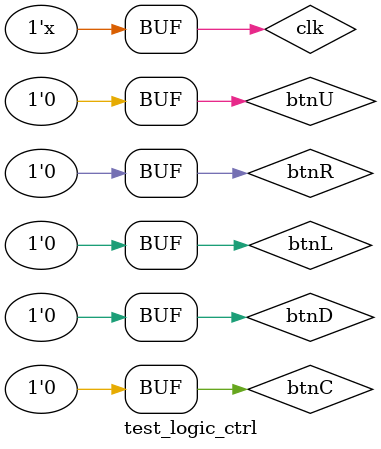
<source format=v>
`timescale 1ns / 1ps


module test_logic_ctrl();

    reg clk = 1'b0,
        btnC = 1'b0,
        btnU = 1'b0,
        btnD = 1'b0,
        btnL = 1'b0,
        btnR = 1'b0;
    
    wire [2:0] MODE;
    wire [2:0] PAGE;
    wire [7:0] FREQ;
    wire [1:0] FREQ_EXP;
    wire [11:0] AMPL_U;
    wire [11:0] AMPL_D;
    
    initial begin
        
        btnU = #2 1'b1;     // p0 - mode
        btnU = #14 1'b0;
        btnR = #7 1'b1;
        btnR = #12 1'b0;
        btnD = #7 1'b1;  
        btnD = #12 1'b0; 
        #10;
        btnC = #7 1'b1;
        btnC = #11 1'b0;
        btnL = #2 1'b1;     // p1 - freq
        btnL = #13 1'b0;
        btnR = #2 1'b1;
        btnR = #13 1'b0;
        btnU = #2 1'b1;
        btnU = #13 1'b0;
        btnD = #2 1'b1;
        btnD = #13 1'b0;
        #10;
        btnC = #7 1'b1; 
        btnC = #11 1'b0;
        btnL = #2 1'b1;     // p2 - freq_exp
        btnL = #13 1'b0;
        btnR = #2 1'b1; 
        btnR = #13 1'b0;
        btnU = #2 1'b1; 
        btnU = #13 1'b0;
        btnD = #2 1'b1; 
        btnD = #13 1'b0;
        #10;
        btnC = #7 1'b1; 
        btnC = #11 1'b0;
        btnL = #2 1'b1;     // p3 - ampl_u
        btnL = #13 1'b0;
        btnR = #2 1'b1; 
        btnR = #13 1'b0;
        btnU = #2 1'b1; 
        btnU = #13 1'b0;
        btnD = #2 1'b1; 
        btnD = #13 1'b0;
        #10;
        btnC = #7 1'b1; 
        btnC = #11 1'b0;
        btnL = #2 1'b1;     // p4 - ampl_d
        btnL = #13 1'b0;
        btnR = #2 1'b1; 
        btnR = #13 1'b0;
        btnU = #2 1'b1; 
        btnU = #13 1'b0;
        btnD = #2 1'b1; 
        btnD = #13 1'b0;
        
    end
    
    logic_ctrl dut (
        .CLK(clk),
        .BTNC(btnC),
        .BTNU(btnU),
        .BTND(btnD),
        .BTNL(btnL),
        .BTNR(btnR),
        .MODE(MODE),
        .PAGE(PAGE),
        .FREQ(FREQ),
        .FREQ_EXP(FREQ_EXP),
        .AMPL_U(AMPL_U),
        .AMPL_D(AMPL_D)
        );
    
    always #5 clk <= ~clk;
    
endmodule

</source>
